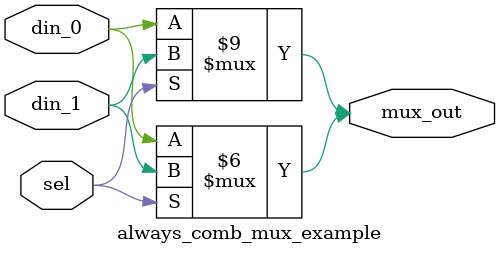
<source format=sv>
`timescale 1ns / 1ps


module  always_comb_mux_example(
input  wire  din_0      , 
input  wire  din_1      , 
input  wire  sel        , 
output reg   mux_out      
);

always_comb
begin : MUX 
    if (sel == 1'b0) begin
        mux_out = din_0;
    end else begin
        mux_out = din_1;
    end     
end



always_comb //a mux
  if (sel == 1'b0) mux_out = din_0;
  else mux_out = din_1;

endmodule 
</source>
